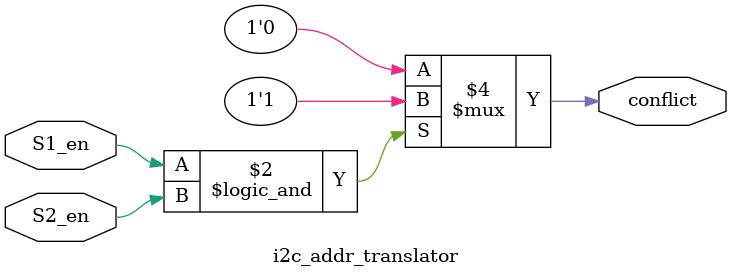
<source format=sv>

module i2c_addr_translator(
  input S1_en,S2_en,
  output reg conflict
);
  
  always @(*)
    begin
      if(S1_en && S2_en)
        conflict = 1;
      else
        conflict = 0;
    end
endmodule
</source>
